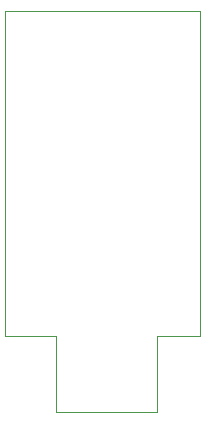
<source format=gbr>
G04 #@! TF.FileFunction,Profile,NP*
%FSLAX46Y46*%
G04 Gerber Fmt 4.6, Leading zero omitted, Abs format (unit mm)*
G04 Created by KiCad (PCBNEW 4.0.5+dfsg1-4) date Tue Jul 10 09:58:08 2018*
%MOMM*%
%LPD*%
G01*
G04 APERTURE LIST*
%ADD10C,0.100000*%
G04 APERTURE END LIST*
D10*
X147500000Y-117000000D02*
X151750000Y-117000000D01*
X160350000Y-123500000D02*
X151750000Y-123500000D01*
X160350000Y-117000000D02*
X160350000Y-123500000D01*
X164000000Y-117000000D02*
X160350000Y-117000000D01*
X147500000Y-117000000D02*
X147500000Y-89500000D01*
X151750000Y-123500000D02*
X151750000Y-117000000D01*
X164000000Y-89500000D02*
X164000000Y-117000000D01*
X147500000Y-89500000D02*
X164000000Y-89500000D01*
M02*

</source>
